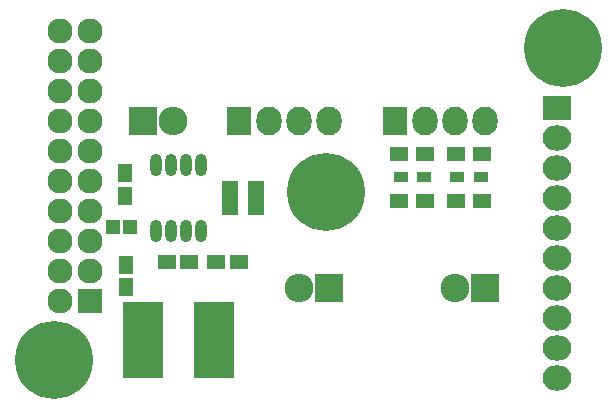
<source format=gts>
G04 #@! TF.GenerationSoftware,KiCad,Pcbnew,(2016-12-15 revision b13c7e4)-master*
G04 #@! TF.CreationDate,2017-03-13T10:32:04-06:00*
G04 #@! TF.ProjectId,ToolHead_PCB,546F6F6C486561645F5043422E6B6963,0.7*
G04 #@! TF.FileFunction,Soldermask,Top*
G04 #@! TF.FilePolarity,Negative*
%FSLAX46Y46*%
G04 Gerber Fmt 4.6, Leading zero omitted, Abs format (unit mm)*
G04 Created by KiCad (PCBNEW (2016-12-15 revision b13c7e4)-master) date Mon Mar 13 10:32:04 2017*
%MOMM*%
%LPD*%
G01*
G04 APERTURE LIST*
%ADD10C,0.100000*%
%ADD11O,2.432000X2.127200*%
%ADD12R,2.432000X2.127200*%
%ADD13R,2.432000X2.432000*%
%ADD14O,2.432000X2.432000*%
%ADD15C,6.600000*%
%ADD16R,2.127200X2.127200*%
%ADD17O,2.127200X2.127200*%
%ADD18O,2.127200X2.432000*%
%ADD19R,2.127200X2.432000*%
%ADD20R,3.400000X6.400000*%
%ADD21R,1.150000X1.600000*%
%ADD22O,1.009600X1.873200*%
%ADD23R,1.460000X1.050000*%
%ADD24R,1.600000X1.150000*%
%ADD25R,1.200000X0.900000*%
%ADD26R,1.600000X1.300000*%
%ADD27R,1.200000X1.150000*%
G04 APERTURE END LIST*
D10*
D11*
X164080000Y-106760000D03*
X164080000Y-104220000D03*
X164080000Y-101680000D03*
X164080000Y-99140000D03*
X164080000Y-96600000D03*
X164080000Y-94060000D03*
X164080000Y-91520000D03*
X164080000Y-88980000D03*
X164080000Y-86440000D03*
D12*
X164080000Y-83900000D03*
D13*
X129005000Y-85000000D03*
D14*
X131545000Y-85000000D03*
D15*
X144500000Y-91000000D03*
D16*
X124505000Y-100200000D03*
D17*
X121965000Y-100200000D03*
X124505000Y-97660000D03*
X121965000Y-97660000D03*
X124505000Y-95120000D03*
X121965000Y-95120000D03*
X124505000Y-92580000D03*
X121965000Y-92580000D03*
X124505000Y-90040000D03*
X121965000Y-90040000D03*
X124505000Y-87500000D03*
X121965000Y-87500000D03*
X124505000Y-84960000D03*
X121965000Y-84960000D03*
X124505000Y-82420000D03*
X121965000Y-82420000D03*
X124505000Y-79880000D03*
X121965000Y-79880000D03*
X124505000Y-77340000D03*
X121965000Y-77340000D03*
D15*
X121465000Y-105250000D03*
X164580000Y-78850000D03*
D18*
X158025000Y-85000000D03*
X155485000Y-85000000D03*
X152945000Y-85000000D03*
D19*
X150405000Y-85000000D03*
D20*
X135000000Y-103550000D03*
X129000000Y-103550000D03*
D21*
X127500000Y-91300000D03*
X127500000Y-89400000D03*
D19*
X137165000Y-85000000D03*
D18*
X139705000Y-85000000D03*
X142245000Y-85000000D03*
X144785000Y-85000000D03*
D14*
X155485000Y-99100000D03*
D13*
X158025000Y-99100000D03*
D14*
X142245000Y-99100000D03*
D13*
X144785000Y-99100000D03*
D22*
X130095000Y-88706000D03*
X131365000Y-88706000D03*
X132635000Y-88706000D03*
X133905000Y-88706000D03*
X133905000Y-94294000D03*
X132635000Y-94294000D03*
X131365000Y-94294000D03*
X130095000Y-94294000D03*
D23*
X138600000Y-91500000D03*
X138600000Y-90550000D03*
X138600000Y-92450000D03*
X136400000Y-92450000D03*
X136400000Y-91500000D03*
X136400000Y-90550000D03*
D21*
X127600000Y-99050000D03*
X127600000Y-97150000D03*
D24*
X135250000Y-96900000D03*
X137150000Y-96900000D03*
X131050000Y-96900000D03*
X132950000Y-96900000D03*
D25*
X150835000Y-89770000D03*
X152835000Y-89770000D03*
X155635000Y-89770000D03*
X157635000Y-89770000D03*
D26*
X157735000Y-91770000D03*
X155535000Y-91770000D03*
X150735000Y-91770000D03*
X152935000Y-91770000D03*
X152935000Y-87770000D03*
X150735000Y-87770000D03*
X157735000Y-87770000D03*
X155535000Y-87770000D03*
D27*
X126450000Y-94000000D03*
X127950000Y-94000000D03*
M02*

</source>
